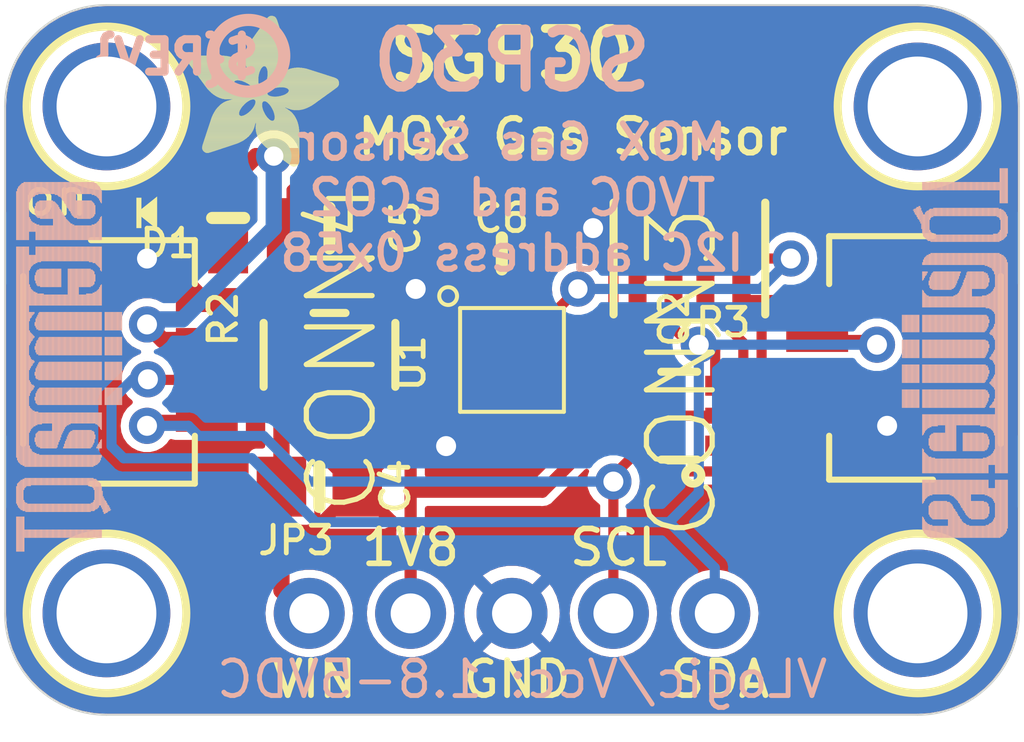
<source format=kicad_pcb>
(kicad_pcb (version 20221018) (generator pcbnew)
  (layers (0 "F.Cu" signal) (31 "B.Cu" signal) (34 "B.Paste" user) (35 "F.Paste" user) (36 "B.SilkS" user "B.Silkscreen") (37 "F.SilkS" user "F.Silkscreen") (38 "B.Mask" user) (39 "F.Mask" user) (44 "Edge.Cuts" user))
  (net 0 "")
  (net 1 "GND")
  (net 2 "SDA")
  (net 3 "SCL")
  (net 4 "SCL_2V")
  (net 5 "SDA_2V")
  (net 6 "VCC")
  (net 7 "N$1")
  (net 8 "1.8V")
  (footprint "working:FIDUCIAL_1MM" (layer "F.Cu") (at 155.3591 97.3836)
    (fp_text reference "FID4" hide)
    (fp_text value "FIDUCIAL_1MM" hide)
    (pad "1" smd roundrect (at 0 0) (size 1 1) (layers "F.Cu" "F.Mask") (roundrect_rratio 0.5))
  )
  (footprint "working:JST_SH4" (layer "F.Cu") (at 138.3411 105.0036 -90)
    (fp_text reference "CONN4" (at -4.6 -5.9 90) (layer "F.SilkS") (effects (font (size 1.647139 1.647139) (thickness 0.130861)) (justify right)))
    (fp_text value "STEMMA_I2C_QT" hide)
    (pad "1" smd rect (at -1.5 -2.514) (size 1.55 0.6) (layers "F.Cu" "F.Paste" "F.Mask") (net 1 "GND"))
    (pad "2" smd rect (at -0.5 -2.514) (size 1.55 0.6) (layers "F.Cu" "F.Paste" "F.Mask") (net 6 "VCC"))
    (pad "3" smd rect (at 0.5 -2.514) (size 1.55 0.6) (layers "F.Cu" "F.Paste" "F.Mask") (net 2 "SDA"))
    (pad "4" smd rect (at 1.5 -2.514) (size 1.55 0.6) (layers "F.Cu" "F.Paste" "F.Mask") (net 3 "SCL"))
    (pad "MT1" smd rect (at -2.8 1.386) (size 1.8 1.2) (layers "F.Cu" "F.Paste" "F.Mask") (net 1 "GND"))
    (pad "MT2" smd rect (at 2.8 1.386) (size 1.8 1.2) (layers "F.Cu" "F.Paste" "F.Mask") (net 1 "GND"))
  )
  (footprint "working:FIDUCIAL_1MM" (layer "F.Cu") (at 140.8811 109.3216)
    (fp_text reference "FID3" hide)
    (fp_text value "FIDUCIAL_1MM" hide)
    (pad "1" smd roundrect (at 0 0) (size 1 1) (layers "F.Cu" "F.Mask") (roundrect_rratio 0.5))
  )
  (footprint "working:0805-NO" (layer "F.Cu") (at 143.9291 101.7016)
    (fp_text reference "C5" (at 1.905 -0.762 90) (layer "F.SilkS") (effects (font (size 0.692831 0.692831) (thickness 0.119969)) (justify right)))
    (fp_text value "10uF")
    (pad "1" smd rect (at -0.95 0) (size 1.24 1.5) (layers "F.Cu" "F.Paste" "F.Mask") (net 8 "1.8V"))
    (pad "2" smd rect (at 0.95 0) (size 1.24 1.5) (layers "F.Cu" "F.Paste" "F.Mask") (net 1 "GND"))
  )
  (footprint "working:SOT23-5" (layer "F.Cu") (at 143.9291 104.8766)
    (fp_text reference "U1" (at 2.032 -0.562 90) (layer "F.SilkS") (effects (font (size 0.692831 0.692831) (thickness 0.119969)) (justify right)))
    (fp_text value "MIC5225-1.8V")
    (pad "1" smd rect (at -0.95 1.3001) (size 0.55 1.2) (layers "F.Cu" "F.Paste" "F.Mask") (net 6 "VCC"))
    (pad "2" smd rect (at 0 1.3001) (size 0.55 1.2) (layers "F.Cu" "F.Paste" "F.Mask") (net 1 "GND"))
    (pad "3" smd rect (at 0.95 1.3001) (size 0.55 1.2) (layers "F.Cu" "F.Paste" "F.Mask") (net 6 "VCC"))
    (pad "4" smd rect (at 0.95 -1.3001) (size 0.55 1.2) (layers "F.Cu" "F.Paste" "F.Mask"))
    (pad "5" smd rect (at -0.95 -1.3001) (size 0.55 1.2) (layers "F.Cu" "F.Paste" "F.Mask") (net 8 "1.8V"))
  )
  (footprint "working:SGP30" (layer "F.Cu") (at 148.5011 105.0036)
    (fp_text reference "U$2" hide)
    (fp_text value "SGP30" hide)
    (pad "1" smd rect (at -1.225 -0.8) (size 0.55 0.4) (layers "F.Cu" "F.Paste" "F.Mask") (net 8 "1.8V"))
    (pad "2" smd rect (at -1.225 0) (size 0.55 0.4) (layers "F.Cu" "F.Paste" "F.Mask") (net 1 "GND"))
    (pad "3" smd rect (at -1.225 0.8) (size 0.55 0.4) (layers "F.Cu" "F.Paste" "F.Mask") (net 5 "SDA_2V"))
    (pad "4" smd rect (at 1.225 0.8) (size 0.55 0.4) (layers "F.Cu" "F.Paste" "F.Mask") (net 1 "GND"))
    (pad "5" smd rect (at 1.225 0) (size 0.55 0.4) (layers "F.Cu" "F.Paste" "F.Mask") (net 8 "1.8V"))
    (pad "6" smd rect (at 1.225 -0.8) (size 0.55 0.4) (layers "F.Cu" "F.Paste" "F.Mask") (net 4 "SCL_2V"))
    (pad "P$7" smd rect (at 0 0) (size 1.05 1.5) (layers "F.Cu" "F.Paste" "F.Mask") (net 1 "GND"))
  )
  (footprint "working:MOUNTINGHOLE_2.5_PLATED" (layer "F.Cu") (at 158.6611 98.6536)
    (fp_text reference "U$29" hide)
    (fp_text value "MOUNTINGHOLE2.5" hide)
    (pad "P$1" thru_hole circle (at 0 0) (size 3.2 3.2) (drill 2.5) (layers "*.Cu" "*.Mask"))
    (zone (net 0) (net_name "") (layer "F.Cu") (connect_pads (clearance 0)) (min_thickness 0.25)
      (keepout (tracks not_allowed) (vias not_allowed) (pads not_allowed) (copperpour not_allowed) (footprints allowed))
      (fill (thermal_gap 0.5) (thermal_bridge_width 0.5))
      (polygon (pts (xy 160.6771 98.6536) (xy 160.65748 98.373027) (xy 160.599004 98.097915) (xy 160.502808 97.833619) (xy 160.370765 97.585283) (xy 160.205446 97.35774) (xy 160.010067 97.15542) (xy 159.788433 96.98226) (xy 159.544856 96.841631) (xy 159.284078 96.73627) (xy 159.011175 96.668228) (xy 158.731457 96.638828) (xy 158.450371 96.648644) (xy 158.173385 96.697484) (xy 157.905893 96.784397) (xy 157.6531 96.907693) (xy 157.419926 97.06497) (xy 157.210911 97.253169) (xy 157.030122 97.468625) (xy 156.881078 97.707145) (xy 156.76668 97.964087) (xy 156.689154 98.23445) (xy 156.650011 98.512971) (xy 156.650011 98.794229) (xy 156.689154 99.07275) (xy 156.76668 99.343113) (xy 156.881078 99.600055) (xy 157.030122 99.838575) (xy 157.210911 100.054031) (xy 157.419926 100.24223) (xy 157.6531 100.399507) (xy 157.905893 100.522803) (xy 158.173385 100.609716) (xy 158.450371 100.658556) (xy 158.731457 100.668372) (xy 159.011175 100.638972) (xy 159.284078 100.57093) (xy 159.544856 100.465569) (xy 159.788433 100.32494) (xy 160.010067 100.15178) (xy 160.205446 99.94946) (xy 160.370765 99.721917) (xy 160.502808 99.473581) (xy 160.599004 99.209285) (xy 160.65748 98.934173)))
      (polygon (pts (xy 158.6451 98.6536) (xy 158.649786 98.664914) (xy 158.6611 98.6696) (xy 158.672414 98.664914) (xy 158.6771 98.6536) (xy 158.672414 98.642286) (xy 158.6611 98.6376) (xy 158.649786 98.642286)))
    )
    (zone (net 0) (net_name "") (layer "B.Cu") (connect_pads (clearance 0)) (min_thickness 0.25)
      (keepout (tracks not_allowed) (vias not_allowed) (pads not_allowed) (copperpour not_allowed) (footprints allowed))
      (fill (thermal_gap 0.5) (thermal_bridge_width 0.5))
      (polygon (pts (xy 160.6771 98.6536) (xy 160.65748 98.373027) (xy 160.599004 98.097915) (xy 160.502808 97.833619) (xy 160.370765 97.585283) (xy 160.205446 97.35774) (xy 160.010067 97.15542) (xy 159.788433 96.98226) (xy 159.544856 96.841631) (xy 159.284078 96.73627) (xy 159.011175 96.668228) (xy 158.731457 96.638828) (xy 158.450371 96.648644) (xy 158.173385 96.697484) (xy 157.905893 96.784397) (xy 157.6531 96.907693) (xy 157.419926 97.06497) (xy 157.210911 97.253169) (xy 157.030122 97.468625) (xy 156.881078 97.707145) (xy 156.76668 97.964087) (xy 156.689154 98.23445) (xy 156.650011 98.512971) (xy 156.650011 98.794229) (xy 156.689154 99.07275) (xy 156.76668 99.343113) (xy 156.881078 99.600055) (xy 157.030122 99.838575) (xy 157.210911 100.054031) (xy 157.419926 100.24223) (xy 157.6531 100.399507) (xy 157.905893 100.522803) (xy 158.173385 100.609716) (xy 158.450371 100.658556) (xy 158.731457 100.668372) (xy 159.011175 100.638972) (xy 159.284078 100.57093) (xy 159.544856 100.465569) (xy 159.788433 100.32494) (xy 160.010067 100.15178) (xy 160.205446 99.94946) (xy 160.370765 99.721917) (xy 160.502808 99.473581) (xy 160.599004 99.209285) (xy 160.65748 98.934173)))
      (polygon (pts (xy 158.6451 98.6536) (xy 158.649786 98.664914) (xy 158.6611 98.6696) (xy 158.672414 98.664914) (xy 158.6771 98.6536) (xy 158.672414 98.642286) (xy 158.6611 98.6376) (xy 158.649786 98.642286)))
    )
  )
  (footprint "working:JST_SH4" (layer "F.Cu") (at 158.6611 105.0036 90)
    (fp_text reference "CONN3" (at -4.6 -5.9 90) (layer "F.SilkS") (effects (font (size 1.647139 1.647139) (thickness 0.130861)) (justify left)))
    (fp_text value "STEMMA_I2C_QT" hide)
    (pad "1" smd rect (at -1.5 -2.514 180) (size 1.55 0.6) (layers "F.Cu" "F.Paste" "F.Mask") (net 1 "GND"))
    (pad "2" smd rect (at -0.5 -2.514 180) (size 1.55 0.6) (layers "F.Cu" "F.Paste" "F.Mask") (net 6 "VCC"))
    (pad "3" smd rect (at 0.5 -2.514 180) (size 1.55 0.6) (layers "F.Cu" "F.Paste" "F.Mask") (net 2 "SDA"))
    (pad "4" smd rect (at 1.5 -2.514 180) (size 1.55 0.6) (layers "F.Cu" "F.Paste" "F.Mask") (net 3 "SCL"))
    (pad "MT1" smd rect (at -2.8 1.386 180) (size 1.8 1.2) (layers "F.Cu" "F.Paste" "F.Mask") (net 1 "GND"))
    (pad "MT2" smd rect (at 2.8 1.386 180) (size 1.8 1.2) (layers "F.Cu" "F.Paste" "F.Mask") (net 1 "GND"))
  )
  (footprint "working:CHIPLED_0603_NOOUTLINE" (layer "F.Cu") (at 139.3571 101.3206 90)
    (fp_text reference "D1" (at -0.762 1.27) (layer "F.SilkS") (effects (font (size 0.692831 0.692831) (thickness 0.119969)) (justify right)))
    (fp_text value "GREEN")
    (pad "A" smd rect (at 0 0.75 90) (size 0.8 0.8) (layers "F.Cu" "F.Paste" "F.Mask") (net 7 "N$1"))
    (pad "C" smd rect (at 0 -0.75 90) (size 0.8 0.8) (layers "F.Cu" "F.Paste" "F.Mask") (net 1 "GND"))
  )
  (footprint "working:0805-NO" (layer "F.Cu") (at 143.6751 108.1786)
    (fp_text reference "C4" (at 1.905 -0.762 90) (layer "F.SilkS") (effects (font (size 0.692831 0.692831) (thickness 0.119969)) (justify right)))
    (fp_text value "10uF")
    (pad "1" smd rect (at -0.95 0) (size 1.24 1.5) (layers "F.Cu" "F.Paste" "F.Mask") (net 6 "VCC"))
    (pad "2" smd rect (at 0.95 0) (size 1.24 1.5) (layers "F.Cu" "F.Paste" "F.Mask") (net 1 "GND"))
  )
  (footprint "working:SOT363" (layer "F.Cu") (at 152.6921 106.4006 90)
    (fp_text reference "Q2" (at 1.651 -0.127 90) (layer "F.SilkS") (effects (font (size 0.692831 0.692831) (thickness 0.119969)) (justify left)))
    (fp_text value "BSS138")
    (pad "1" smd rect (at -0.75 0.9 90) (size 0.5 0.5) (layers "F.Cu" "F.Paste" "F.Mask") (net 4 "SCL_2V"))
    (pad "2" smd rect (at 0 0.9 90) (size 0.4 0.5) (layers "F.Cu" "F.Paste" "F.Mask") (net 8 "1.8V"))
    (pad "3" smd rect (at 0.75 0.9 90) (size 0.5 0.5) (layers "F.Cu" "F.Paste" "F.Mask") (net 2 "SDA"))
    (pad "4" smd rect (at 0.75 -0.9 90) (size 0.5 0.5) (layers "F.Cu" "F.Paste" "F.Mask") (net 5 "SDA_2V"))
    (pad "5" smd rect (at 0 -0.9 90) (size 0.4 0.5) (layers "F.Cu" "F.Paste" "F.Mask") (net 8 "1.8V"))
    (pad "6" smd rect (at -0.75 -0.9 90) (size 0.5 0.5) (layers "F.Cu" "F.Paste" "F.Mask") (net 3 "SCL"))
  )
  (footprint "working:ADAFRUIT_3.5MM" (layer "F.Cu") (at 140.3731 100.1776)
    (fp_text reference "U$34" hide)
    (fp_text value "" hide)
  )
  (footprint "working:0603-NO" (layer "F.Cu") (at 148.2471 102.3366)
    (fp_text reference "C6" (at -0.762 -0.889) (layer "F.SilkS") (effects (font (size 0.692831 0.692831) (thickness 0.119969)) (justify left)))
    (fp_text value "0.1uF")
    (pad "1" smd rect (at -0.85 0) (size 1.075 1) (layers "F.Cu" "F.Paste" "F.Mask") (net 8 "1.8V"))
    (pad "2" smd rect (at 0.85 0) (size 1.075 1) (layers "F.Cu" "F.Paste" "F.Mask") (net 1 "GND"))
  )
  (footprint "working:RESPACK_4X0603" (layer "F.Cu") (at 152.9461 102.4636 180)
    (fp_text reference "R3" (at -1.6 -1.6) (layer "F.SilkS") (effects (font (size 0.692831 0.692831) (thickness 0.119969)) (justify right)))
    (fp_text value "10K")
    (pad "1" smd rect (at -1.3 0.85 180) (size 0.45 0.9) (layers "F.Cu" "F.Paste" "F.Mask") (net 6 "VCC"))
    (pad "2" smd rect (at -0.4 0.85 180) (size 0.45 0.9) (layers "F.Cu" "F.Paste" "F.Mask") (net 8 "1.8V"))
    (pad "3" smd rect (at 0.4 0.85 180) (size 0.45 0.9) (layers "F.Cu" "F.Paste" "F.Mask") (net 6 "VCC"))
    (pad "4" smd rect (at 1.3 0.85 180) (size 0.45 0.9) (layers "F.Cu" "F.Paste" "F.Mask") (net 8 "1.8V"))
    (pad "5" smd rect (at 1.3 -0.85 180) (size 0.45 0.9) (layers "F.Cu" "F.Paste" "F.Mask") (net 5 "SDA_2V"))
    (pad "6" smd rect (at 0.4 -0.85 180) (size 0.45 0.9) (layers "F.Cu" "F.Paste" "F.Mask") (net 2 "SDA"))
    (pad "7" smd rect (at -0.4 -0.85 180) (size 0.45 0.9) (layers "F.Cu" "F.Paste" "F.Mask") (net 4 "SCL_2V"))
    (pad "8" smd rect (at -1.3 -0.85 180) (size 0.45 0.9) (layers "F.Cu" "F.Paste" "F.Mask") (net 3 "SCL"))
  )
  (footprint "working:MOUNTINGHOLE_2.5_PLATED" (layer "F.Cu") (at 138.3411 111.3536)
    (fp_text reference "U$31" hide)
    (fp_text value "MOUNTINGHOLE2.5" hide)
    (pad "P$1" thru_hole circle (at 0 0) (size 3.2 3.2) (drill 2.5) (layers "*.Cu" "*.Mask"))
    (zone (net 0) (net_name "") (layer "F.Cu") (connect_pads (clearance 0)) (min_thickness 0.25)
      (keepout (tracks not_allowed) (vias not_allowed) (pads not_allowed) (copperpour not_allowed) (footprints allowed))
      (fill (thermal_gap 0.5) (thermal_bridge_width 0.5))
      (polygon (pts (xy 140.3571 111.3536) (xy 140.33748 111.073027) (xy 140.279004 110.797915) (xy 140.182808 110.533619) (xy 140.050765 110.285283) (xy 139.885446 110.05774) (xy 139.690067 109.85542) (xy 139.468433 109.68226) (xy 139.224856 109.541631) (xy 138.964078 109.43627) (xy 138.691175 109.368228) (xy 138.411457 109.338828) (xy 138.130371 109.348644) (xy 137.853385 109.397484) (xy 137.585893 109.484397) (xy 137.3331 109.607693) (xy 137.099926 109.76497) (xy 136.890911 109.953169) (xy 136.710122 110.168625) (xy 136.561078 110.407145) (xy 136.44668 110.664087) (xy 136.369154 110.93445) (xy 136.330011 111.212971) (xy 136.330011 111.494229) (xy 136.369154 111.77275) (xy 136.44668 112.043113) (xy 136.561078 112.300055) (xy 136.710122 112.538575) (xy 136.890911 112.754031) (xy 137.099926 112.94223) (xy 137.3331 113.099507) (xy 137.585893 113.222803) (xy 137.853385 113.309716) (xy 138.130371 113.358556) (xy 138.411457 113.368372) (xy 138.691175 113.338972) (xy 138.964078 113.27093) (xy 139.224856 113.165569) (xy 139.468433 113.02494) (xy 139.690067 112.85178) (xy 139.885446 112.64946) (xy 140.050765 112.421917) (xy 140.182808 112.173581) (xy 140.279004 111.909285) (xy 140.33748 111.634173)))
      (polygon (pts (xy 138.3251 111.3536) (xy 138.329786 111.364914) (xy 138.3411 111.3696) (xy 138.352414 111.364914) (xy 138.3571 111.3536) (xy 138.352414 111.342286) (xy 138.3411 111.3376) (xy 138.329786 111.342286)))
    )
    (zone (net 0) (net_name "") (layer "B.Cu") (connect_pads (clearance 0)) (min_thickness 0.25)
      (keepout (tracks not_allowed) (vias not_allowed) (pads not_allowed) (copperpour not_allowed) (footprints allowed))
      (fill (thermal_gap 0.5) (thermal_bridge_width 0.5))
      (polygon (pts (xy 140.3571 111.3536) (xy 140.33748 111.073027) (xy 140.279004 110.797915) (xy 140.182808 110.533619) (xy 140.050765 110.285283) (xy 139.885446 110.05774) (xy 139.690067 109.85542) (xy 139.468433 109.68226) (xy 139.224856 109.541631) (xy 138.964078 109.43627) (xy 138.691175 109.368228) (xy 138.411457 109.338828) (xy 138.130371 109.348644) (xy 137.853385 109.397484) (xy 137.585893 109.484397) (xy 137.3331 109.607693) (xy 137.099926 109.76497) (xy 136.890911 109.953169) (xy 136.710122 110.168625) (xy 136.561078 110.407145) (xy 136.44668 110.664087) (xy 136.369154 110.93445) (xy 136.330011 111.212971) (xy 136.330011 111.494229) (xy 136.369154 111.77275) (xy 136.44668 112.043113) (xy 136.561078 112.300055) (xy 136.710122 112.538575) (xy 136.890911 112.754031) (xy 137.099926 112.94223) (xy 137.3331 113.099507) (xy 137.585893 113.222803) (xy 137.853385 113.309716) (xy 138.130371 113.358556) (xy 138.411457 113.368372) (xy 138.691175 113.338972) (xy 138.964078 113.27093) (xy 139.224856 113.165569) (xy 139.468433 113.02494) (xy 139.690067 112.85178) (xy 139.885446 112.64946) (xy 140.050765 112.421917) (xy 140.182808 112.173581) (xy 140.279004 111.909285) (xy 140.33748 111.634173)))
      (polygon (pts (xy 138.3251 111.3536) (xy 138.329786 111.364914) (xy 138.3411 111.3696) (xy 138.352414 111.364914) (xy 138.3571 111.3536) (xy 138.352414 111.342286) (xy 138.3411 111.3376) (xy 138.329786 111.342286)))
    )
  )
  (footprint "working:1X05_ROUND_70" (layer "F.Cu") (at 148.5011 111.3536)
    (fp_text reference "JP3" (at -6.4262 -1.8288) (layer "F.SilkS") (effects (font (size 0.692831 0.692831) (thickness 0.119969)) (justify left)))
    (fp_text value "")
    (pad "1" thru_hole circle (at -5.08 0 90) (size 1.778 1.778) (drill 1) (layers "*.Cu" "*.Mask") (net 6 "VCC"))
    (pad "2" thru_hole circle (at -2.54 0 90) (size 1.778 1.778) (drill 1) (layers "*.Cu" "*.Mask") (net 8 "1.8V"))
    (pad "3" thru_hole circle (at 0 0 90) (size 1.778 1.778) (drill 1) (layers "*.Cu" "*.Mask") (net 1 "GND"))
    (pad "4" thru_hole circle (at 2.54 0 90) (size 1.778 1.778) (drill 1) (layers "*.Cu" "*.Mask") (net 3 "SCL"))
    (pad "5" thru_hole circle (at 5.08 0 90) (size 1.778 1.778) (drill 1) (layers "*.Cu" "*.Mask") (net 2 "SDA"))
  )
  (footprint "working:MOUNTINGHOLE_2.5_PLATED" (layer "F.Cu") (at 158.6611 111.3536)
    (fp_text reference "U$32" hide)
    (fp_text value "MOUNTINGHOLE2.5" hide)
    (pad "P$1" thru_hole circle (at 0 0) (size 3.2 3.2) (drill 2.5) (layers "*.Cu" "*.Mask"))
    (zone (net 0) (net_name "") (layer "F.Cu") (connect_pads (clearance 0)) (min_thickness 0.25)
      (keepout (tracks not_allowed) (vias not_allowed) (pads not_allowed) (copperpour not_allowed) (footprints allowed))
      (fill (thermal_gap 0.5) (thermal_bridge_width 0.5))
      (polygon (pts (xy 160.6771 111.3536) (xy 160.65748 111.073027) (xy 160.599004 110.797915) (xy 160.502808 110.533619) (xy 160.370765 110.285283) (xy 160.205446 110.05774) (xy 160.010067 109.85542) (xy 159.788433 109.68226) (xy 159.544856 109.541631) (xy 159.284078 109.43627) (xy 159.011175 109.368228) (xy 158.731457 109.338828) (xy 158.450371 109.348644) (xy 158.173385 109.397484) (xy 157.905893 109.484397) (xy 157.6531 109.607693) (xy 157.419926 109.76497) (xy 157.210911 109.953169) (xy 157.030122 110.168625) (xy 156.881078 110.407145) (xy 156.76668 110.664087) (xy 156.689154 110.93445) (xy 156.650011 111.212971) (xy 156.650011 111.494229) (xy 156.689154 111.77275) (xy 156.76668 112.043113) (xy 156.881078 112.300055) (xy 157.030122 112.538575) (xy 157.210911 112.754031) (xy 157.419926 112.94223) (xy 157.6531 113.099507) (xy 157.905893 113.222803) (xy 158.173385 113.309716) (xy 158.450371 113.358556) (xy 158.731457 113.368372) (xy 159.011175 113.338972) (xy 159.284078 113.27093) (xy 159.544856 113.165569) (xy 159.788433 113.02494) (xy 160.010067 112.85178) (xy 160.205446 112.64946) (xy 160.370765 112.421917) (xy 160.502808 112.173581) (xy 160.599004 111.909285) (xy 160.65748 111.634173)))
      (polygon (pts (xy 158.6451 111.3536) (xy 158.649786 111.364914) (xy 158.6611 111.3696) (xy 158.672414 111.364914) (xy 158.6771 111.3536) (xy 158.672414 111.342286) (xy 158.6611 111.3376) (xy 158.649786 111.342286)))
    )
    (zone (net 0) (net_name "") (layer "B.Cu") (connect_pads (clearance 0)) (min_thickness 0.25)
      (keepout (tracks not_allowed) (vias not_allowed) (pads not_allowed) (copperpour not_allowed) (footprints allowed))
      (fill (thermal_gap 0.5) (thermal_bridge_width 0.5))
      (polygon (pts (xy 160.6771 111.3536) (xy 160.65748 111.073027) (xy 160.599004 110.797915) (xy 160.502808 110.533619) (xy 160.370765 110.285283) (xy 160.205446 110.05774) (xy 160.010067 109.85542) (xy 159.788433 109.68226) (xy 159.544856 109.541631) (xy 159.284078 109.43627) (xy 159.011175 109.368228) (xy 158.731457 109.338828) (xy 158.450371 109.348644) (xy 158.173385 109.397484) (xy 157.905893 109.484397) (xy 157.6531 109.607693) (xy 157.419926 109.76497) (xy 157.210911 109.953169) (xy 157.030122 110.168625) (xy 156.881078 110.407145) (xy 156.76668 110.664087) (xy 156.689154 110.93445) (xy 156.650011 111.212971) (xy 156.650011 111.494229) (xy 156.689154 111.77275) (xy 156.76668 112.043113) (xy 156.881078 112.300055) (xy 157.030122 112.538575) (xy 157.210911 112.754031) (xy 157.419926 112.94223) (xy 157.6531 113.099507) (xy 157.905893 113.222803) (xy 158.173385 113.309716) (xy 158.450371 113.358556) (xy 158.731457 113.368372) (xy 159.011175 113.338972) (xy 159.284078 113.27093) (xy 159.544856 113.165569) (xy 159.788433 113.02494) (xy 160.010067 112.85178) (xy 160.205446 112.64946) (xy 160.370765 112.421917) (xy 160.502808 112.173581) (xy 160.599004 111.909285) (xy 160.65748 111.634173)))
      (polygon (pts (xy 158.6451 111.3536) (xy 158.649786 111.364914) (xy 158.6611 111.3696) (xy 158.672414 111.364914) (xy 158.6771 111.3536) (xy 158.672414 111.342286) (xy 158.6611 111.3376) (xy 158.649786 111.342286)))
    )
  )
  (footprint "working:MOUNTINGHOLE_2.5_PLATED" (layer "F.Cu") (at 138.3411 98.6536)
    (fp_text reference "U$28" hide)
    (fp_text value "MOUNTINGHOLE2.5" hide)
    (pad "P$1" thru_hole circle (at 0 0) (size 3.2 3.2) (drill 2.5) (layers "*.Cu" "*.Mask"))
    (zone (net 0) (net_name "") (layer "F.Cu") (connect_pads (clearance 0)) (min_thickness 0.25)
      (keepout (tracks not_allowed) (vias not_allowed) (pads not_allowed) (copperpour not_allowed) (footprints allowed))
      (fill (thermal_gap 0.5) (thermal_bridge_width 0.5))
      (polygon (pts (xy 140.3571 98.6536) (xy 140.33748 98.373027) (xy 140.279004 98.097915) (xy 140.182808 97.833619) (xy 140.050765 97.585283) (xy 139.885446 97.35774) (xy 139.690067 97.15542) (xy 139.468433 96.98226) (xy 139.224856 96.841631) (xy 138.964078 96.73627) (xy 138.691175 96.668228) (xy 138.411457 96.638828) (xy 138.130371 96.648644) (xy 137.853385 96.697484) (xy 137.585893 96.784397) (xy 137.3331 96.907693) (xy 137.099926 97.06497) (xy 136.890911 97.253169) (xy 136.710122 97.468625) (xy 136.561078 97.707145) (xy 136.44668 97.964087) (xy 136.369154 98.23445) (xy 136.330011 98.512971) (xy 136.330011 98.794229) (xy 136.369154 99.07275) (xy 136.44668 99.343113) (xy 136.561078 99.600055) (xy 136.710122 99.838575) (xy 136.890911 100.054031) (xy 137.099926 100.24223) (xy 137.3331 100.399507) (xy 137.585893 100.522803) (xy 137.853385 100.609716) (xy 138.130371 100.658556) (xy 138.411457 100.668372) (xy 138.691175 100.638972) (xy 138.964078 100.57093) (xy 139.224856 100.465569) (xy 139.468433 100.32494) (xy 139.690067 100.15178) (xy 139.885446 99.94946) (xy 140.050765 99.721917) (xy 140.182808 99.473581) (xy 140.279004 99.209285) (xy 140.33748 98.934173)))
      (polygon (pts (xy 138.3251 98.6536) (xy 138.329786 98.664914) (xy 138.3411 98.6696) (xy 138.352414 98.664914) (xy 138.3571 98.6536) (xy 138.352414 98.642286) (xy 138.3411 98.6376) (xy 138.329786 98.642286)))
    )
    (zone (net 0) (net_name "") (layer "B.Cu") (connect_pads (clearance 0)) (min_thickness 0.25)
      (keepout (tracks not_allowed) (vias not_allowed) (pads not_allowed) (copperpour not_allowed) (footprints allowed))
      (fill (thermal_gap 0.5) (thermal_bridge_width 0.5))
      (polygon (pts (xy 140.3571 98.6536) (xy 140.33748 98.373027) (xy 140.279004 98.097915) (xy 140.182808 97.833619) (xy 140.050765 97.585283) (xy 139.885446 97.35774) (xy 139.690067 97.15542) (xy 139.468433 96.98226) (xy 139.224856 96.841631) (xy 138.964078 96.73627) (xy 138.691175 96.668228) (xy 138.411457 96.638828) (xy 138.130371 96.648644) (xy 137.853385 96.697484) (xy 137.585893 96.784397) (xy 137.3331 96.907693) (xy 137.099926 97.06497) (xy 136.890911 97.253169) (xy 136.710122 97.468625) (xy 136.561078 97.707145) (xy 136.44668 97.964087) (xy 136.369154 98.23445) (xy 136.330011 98.512971) (xy 136.330011 98.794229) (xy 136.369154 99.07275) (xy 136.44668 99.343113) (xy 136.561078 99.600055) (xy 136.710122 99.838575) (xy 136.890911 100.054031) (xy 137.099926 100.24223) (xy 137.3331 100.399507) (xy 137.585893 100.522803) (xy 137.853385 100.609716) (xy 138.130371 100.658556) (xy 138.411457 100.668372) (xy 138.691175 100.638972) (xy 138.964078 100.57093) (xy 139.224856 100.465569) (xy 139.468433 100.32494) (xy 139.690067 100.15178) (xy 139.885446 99.94946) (xy 140.050765 99.721917) (xy 140.182808 99.473581) (xy 140.279004 99.209285) (xy 140.33748 98.934173)))
      (polygon (pts (xy 138.3251 98.6536) (xy 138.329786 98.664914) (xy 138.3411 98.6696) (xy 138.352414 98.664914) (xy 138.3571 98.6536) (xy 138.352414 98.642286) (xy 138.3411 98.6376) (xy 138.329786 98.642286)))
    )
  )
  (footprint "working:0603-NO" (layer "F.Cu") (at 141.3891 101.4476 -90)
    (fp_text reference "R2" (at 1.778 0.127 90) (layer "F.SilkS") (effects (font (size 0.692831 0.692831) (thickness 0.119969)) (justify right)))
    (fp_text value "10K")
    (pad "1" smd rect (at -0.85 0 270) (size 1.075 1) (layers "F.Cu" "F.Paste" "F.Mask") (net 6 "VCC"))
    (pad "2" smd rect (at 0.85 0 270) (size 1.075 1) (layers "F.Cu" "F.Paste" "F.Mask") (net 7 "N$1"))
  )
  (footprint "working:STEMMAQT" (layer "B.Cu") (at 138.7221 100.5586 -90)
    (fp_text reference "U$37" hide)
    (fp_text value "" hide)
  )
  (footprint "working:STEMMAQT" (layer "B.Cu") (at 158.2801 109.4486 90)
    (fp_text reference "U$36" hide)
    (fp_text value "" hide)
  )
  (footprint "working:PCBFEAT-REV-040" (layer "B.Cu") (at 141.8971 97.3836 180)
    (fp_text reference "U$35" hide)
    (fp_text value "" hide)
    (fp_text user "${REV}" (at -0.3556 -0.508) (layer "B.SilkS") (effects (font (size 0.8128 0.8128) (thickness 0.2032)) (justify left bottom mirror)))
  )
  (gr_arc (start 138.3411 113.8936) (mid 136.545049 113.149651) (end 135.8011 111.3536) (stroke (width 0.05)) (layer "Edge.Cuts"))
  (gr_arc (start 158.6611 96.1136) (mid 160.457151 96.857549) (end 161.2011 98.6536) (stroke (width 0.05)) (layer "Edge.Cuts"))
  (gr_line (start 138.3411 113.8936) (end 158.6611 113.8936) (stroke (width 0.05)) (layer "Edge.Cuts"))
  (gr_arc (start 135.8011 98.6536) (mid 136.545049 96.857549) (end 138.3411 96.1136) (stroke (width 0.05)) (layer "Edge.Cuts"))
  (gr_line (start 158.6611 96.1136) (end 138.3411 96.1136) (stroke (width 0.05)) (layer "Edge.Cuts"))
  (gr_arc (start 161.2011 111.3536) (mid 160.457151 113.149651) (end 158.6611 113.8936) (stroke (width 0.05)) (layer "Edge.Cuts"))
  (gr_line (start 135.8011 98.6536) (end 135.8011 111.3536) (stroke (width 0.05)) (layer "Edge.Cuts"))
  (gr_line (start 161.2011 111.3536) (end 161.2011 98.6536) (stroke (width 0.05)) (layer "Edge.Cuts"))
  (gr_text "SGP30" (at 148.5011 97.5106) (layer "B.SilkS") (effects (font (size 1.42494 1.42494) (thickness 0.25146)) (justify mirror)))
  (gr_text "MOX Gas Sensor\nTVOC and eCO2\nI2C address 0x58" (at 148.5011 100.9396) (layer "B.SilkS") (effects (font (size 0.8636 0.8636) (thickness 0.1524)) (justify mirror)))
  (gr_text "VLogic/Vcc: 1.8-5VDC" (at 148.7551 113.0046) (layer "B.SilkS") (effects (font (size 0.89408 0.89408) (thickness 0.12192)) (justify mirror)))
  (gr_text "SCL" (at 151.1681 109.7026) (layer "F.SilkS") (effects (font (size 0.87376 0.87376) (thickness 0.14224))))
  (gr_text "GND" (at 148.6281 113.0046) (layer "F.SilkS") (effects (font (size 0.87376 0.87376) (thickness 0.14224))))
  (gr_text "1V8" (at 145.9611 109.7026) (layer "F.SilkS") (effects (font (size 0.87376 0.87376) (thickness 0.14224))))
  (gr_text "SGP30" (at 148.5011 97.3836) (layer "F.SilkS") (effects (font (size 1.25222 1.25222) (thickness 0.22098))))
  (gr_text "SDA" (at 153.7081 113.0046) (layer "F.SilkS") (effects (font (size 0.87376 0.87376) (thickness 0.14224))))
  (gr_text "MOX Gas Sensor" (at 150.0251 99.4156) (layer "F.SilkS") (effects (font (size 0.8636 0.8636) (thickness 0.1524))))
  (gr_text "on" (at 136.1821 101.4476) (layer "F.SilkS") (effects (font (size 0.89408 0.89408) (thickness 0.12192)) (justify left bottom)))
  (gr_text "VIN" (at 143.5481 113.0046) (layer "F.SilkS") (effects (font (size 0.87376 0.87376) (thickness 0.14224))))
  (segment (start 143.9291 106.1767) (end 143.9291 107.4826) (width 0.4064) (layer "F.Cu") (net 1))
  (segment (start 140.8551 103.5036) (end 140.3971 103.5036) (width 0.4064) (layer "F.Cu") (net 1))
  (segment (start 144.6251 108.1786) (end 143.9291 107.4826) (width 0.4064) (layer "F.Cu") (net 1))
  (segment (start 149.7261 105.8036) (end 149.3011 105.8036) (width 0.254) (layer "F.Cu") (net 1))
  (segment (start 149.3011 105.8036) (end 148.5011 105.0036) (width 0.254) (layer "F.Cu") (net 1))
  (segment (start 140.3971 103.5036) (end 139.3571 102.4636) (width 0.4064) (layer "F.Cu") (net 1))
  (via (at 150.5331 101.7016) (size 0.9064) (drill 0.5) (layers "F.Cu" "B.Cu") (net 1))
  (via (at 139.3571 102.4636) (size 0.9064) (drill 0.5) (layers "F.Cu" "B.Cu") (net 1))
  (via (at 157.8991 106.6546) (size 0.9064) (drill 0.5) (layers "F.Cu" "B.Cu") (net 1))
  (via (at 146.0881 103.2256) (size 0.9064) (drill 0.5) (layers "F.Cu" "B.Cu") (net 1))
  (via (at 146.8501 107.1626) (size 0.9064) (drill 0.5) (layers "F.Cu" "B.Cu") (net 1))
  (segment (start 140.8551 105.5036) (end 139.379706 105.5036) (width 0.254) (layer "F.Cu") (net 2))
  (segment (start 153.5921 104.7616) (end 153.5921 105.6506) (width 0.254) (layer "F.Cu") (net 2))
  (segment (start 153.1811 104.6226) (end 153.1811 104.7616) (width 0.254) (layer "F.Cu") (net 2))
  (segment (start 153.5921 104.7616) (end 153.1811 104.7616) (width 0.254) (layer "F.Cu") (net 2))
  (segment (start 152.9661 104.6226) (end 153.1811 104.6226) (width 0.254) (layer "F.Cu") (net 2))
  (segment (start 156.1471 104.5036) (end 157.5261 104.5036) (width 0.254) (layer "F.Cu") (net 2))
  (segment (start 157.5261 104.5036) (end 157.6451 104.6226) (width 0.254) (layer "F.Cu") (net 2))
  (segment (start 139.379706 105.5036) (end 139.379706 105.488994) (width 0.254) (layer "F.Cu") (net 2))
  (segment (start 152.9661 104.6226) (end 152.5461 104.2026) (width 0.254) (layer "F.Cu") (net 2))
  (segment (start 152.5461 103.3136) (end 152.5461 104.2026) (width 0.254) (layer "F.Cu") (net 2))
  (via (at 157.6451 104.6226) (size 0.9064) (drill 0.5) (layers "F.Cu" "B.Cu") (net 2))
  (via (at 139.379706 105.488994) (size 0.9064) (drill 0.5) (layers "F.Cu" "B.Cu") (net 2))
  (via (at 153.1811 104.6226) (size 0.9064) (drill 0.5) (layers "F.Cu" "B.Cu") (net 2))
  (segment (start 157.6451 104.6226) (end 153.1811 104.6226) (width 0.254) (layer "B.Cu") (net 2))
  (segment (start 138.4681 106.0196) (end 138.4681 107.1626) (width 0.254) (layer "B.Cu") (net 2))
  (segment (start 138.998706 105.488994) (end 138.4681 106.0196) (width 0.254) (layer "B.Cu") (net 2))
  (segment (start 138.4681 107.1626) (end 138.7729 107.4674) (width 0.254) (layer "B.Cu") (net 2))
  (segment (start 143.5832 109.0676) (end 152.4381 109.0676) (width 0.254) (layer "B.Cu") (net 2))
  (segment (start 153.5811 110.2106) (end 152.4381 109.0676) (width 0.254) (layer "B.Cu") (net 2))
  (segment (start 153.5811 111.3536) (end 153.5811 110.2106) (width 0.254) (layer "B.Cu") (net 2))
  (segment (start 153.1811 104.6226) (end 153.1811 108.3246) (width 0.254) (layer "B.Cu") (net 2))
  (segment (start 153.1811 108.3246) (end 152.4381 109.0676) (width 0.254) (layer "B.Cu") (net 2))
  (segment (start 138.7729 107.4674) (end 141.983 107.4674) (width 0.254) (layer "B.Cu") (net 2))
  (segment (start 139.379706 105.488994) (end 138.998706 105.488994) (width 0.254) (layer "B.Cu") (net 2))
  (segment (start 141.983 107.4674) (end 143.5832 109.0676) (width 0.254) (layer "B.Cu") (net 2))
  (segment (start 154.0891 107.7976) (end 152.0571 107.7976) (width 0.254) (layer "F.Cu") (net 3))
  (segment (start 154.4361 103.5036) (end 154.2461 103.3136) (width 0.254) (layer "F.Cu") (net 3))
  (segment (start 151.0411 111.3536) (end 151.0411 111.0996) (width 0.3048) (layer "F.Cu") (net 3))
  (segment (start 140.8551 106.5036) (end 139.5081 106.5036) (width 0.254) (layer "F.Cu") (net 3))
  (segment (start 154.2461 103.3136) (end 154.7541 103.8216) (width 0.254) (layer "F.Cu") (net 3))
  (segment (start 151.7916 107.5321) (end 151.7916 107.1511) (width 0.254) (layer "F.Cu") (net 3))
  (segment (start 154.7541 107.1326) (end 154.0891 107.7976) (width 0.254) (layer "F.Cu") (net 3))
  (segment (start 151.7921 107.1506) (end 151.0411 107.9016) (width 0.254) (layer "F.Cu") (net 3))
  (segment (start 152.0571 107.7976) (end 151.7916 107.5321) (width 0.254) (layer "F.Cu") (net 3))
  (segment (start 151.0411 111.0996) (end 151.0411 108.0516) (width 0.254) (layer "F.Cu") (net 3))
  (segment (start 151.0411 107.9016) (end 151.0411 108.0516) (width 0.254) (layer "F.Cu") (net 3))
  (segment (start 139.5081 106.5036) (end 139.3571 106.6546) (width 0.254) (layer "F.Cu") (net 3))
  (segment (start 151.7921 107.1506) (end 151.7916 107.1511) (width 0.254) (layer "F.Cu") (net 3))
  (segment (start 156.1471 103.5036) (end 154.4361 103.5036) (width 0.254) (layer "F.Cu") (net 3))
  (segment (start 154.7541 103.8216) (end 154.7541 107.1326) (width 0.254) (layer "F.Cu") (net 3))
  (via (at 139.3571 106.6546) (size 0.9064) (drill 0.5) (layers "F.Cu" "B.Cu") (net 3))
  (via (at 151.0411 108.0516) (size 0.9064) (drill 0.5) (layers "F.Cu" "B.Cu") (net 3))
  (segment (start 139.3571 106.6546) (end 140.396262 106.6546) (width 0.254) (layer "B.Cu") (net 3))
  (segment (start 143.4211 108.0516) (end 142.2781 106.9086) (width 0.254) (layer "B.Cu") (net 3))
  (segment (start 151.0411 108.0516) (end 143.4211 108.0516) (width 0.254) (layer "B.Cu") (net 3))
  (segment (start 142.2781 106.9086) (end 140.650262 106.9086) (width 0.254) (layer "B.Cu") (net 3))
  (segment (start 140.396262 106.6546) (end 140.650262 106.9086) (width 0.254) (layer "B.Cu") (net 3))
  (segment (start 154.2969 106.7816) (end 153.9279 107.1506) (width 0.254) (layer "F.Cu") (net 4))
  (segment (start 153.5921 107.1506) (end 153.9279 107.1506) (width 0.254) (layer "F.Cu") (net 4))
  (segment (start 154.2969 104.5764) (end 154.2969 106.7816) (width 0.254) (layer "F.Cu") (net 4))
  (segment (start 153.3461 103.3136) (end 153.3461 102.9526) (width 0.254) (layer "F.Cu") (net 4))
  (segment (start 149.7261 103.6516) (end 150.1521 103.2256) (width 0.254) (layer "F.Cu") (net 4))
  (segment (start 149.7261 104.2036) (end 149.7261 103.6516) (width 0.254) (layer "F.Cu") (net 4))
  (segment (start 153.3461 103.6256) (end 154.2969 104.5764) (width 0.254) (layer "F.Cu") (net 4))
  (segment (start 153.3461 103.3136) (end 153.3461 103.6256) (width 0.254) (layer "F.Cu") (net 4))
  (segment (start 153.8351 102.4636) (end 155.4861 102.4636) (width 0.254) (layer "F.Cu") (net 4))
  (segment (start 153.3461 102.9526) (end 153.8351 102.4636) (width 0.254) (layer "F.Cu") (net 4))
  (via (at 150.1521 103.2256) (size 0.889) (drill 0.4826) (layers "F.Cu" "B.Cu") (net 4))
  (via (at 155.4861 102.4636) (size 0.9064) (drill 0.5) (layers "F.Cu" "B.Cu") (net 4))
  (segment (start 150.1521 103.2256) (end 154.7241 103.2256) (width 0.254) (layer "B.Cu") (net 4))
  (segment (start 154.7241 103.2256) (end 155.4861 102.4636) (width 0.254) (layer "B.Cu") (net 4))
  (segment (start 147.2761 106.4456) (end 147.3581 106.5276) (width 0.254) (layer "F.Cu") (net 5))
  (segment (start 151.1561 105.6506) (end 151.7921 105.6506) (width 0.254) (layer "F.Cu") (net 5))
  (segment (start 150.2791 106.5276) (end 151.1561 105.6506) (width 0.254) (layer "F.Cu") (net 5))
  (segment (start 151.7921 104.6346) (end 151.6461 104.4886) (width 0.254) (layer "F.Cu") (net 5))
  (segment (start 147.3581 106.5276) (end 150.2791 106.5276) (width 0.254) (layer "F.Cu") (net 5))
  (segment (start 151.7921 105.6506) (end 151.7921 104.6346) (width 0.254) (layer "F.Cu") (net 5))
  (segment (start 147.2761 105.8036) (end 147.2761 106.4456) (width 0.254) (layer "F.Cu") (net 5))
  (segment (start 151.6461 104.4886) (end 151.6461 103.3136) (width 0.254) (layer "F.Cu") (net 5))
  (segment (start 158.2881 105.5036) (end 158.9151 104.8766) (width 0.4064) (layer "F.Cu") (net 6))
  (segment (start 142.0885 99.8982) (end 142.5321 99.8982) (width 0.4064) (layer "F.Cu") (net 6))
  (segment (start 140.8551 104.5036) (end 139.7461 104.5036) (width 0.4064) (layer "F.Cu") (net 6))
  (segment (start 142.7251 110.7796) (end 143.2991 111.3536) (width 0.4064) (layer "F.Cu") (net 6))
  (segment (start 142.0371 104.5036) (end 142.9791 105.4456) (width 0.4064) (layer "F.Cu") (net 6))
  (segment (start 144.8791 106.1767) (end 144.8791 105.3186) (width 0.4064) (layer "F.Cu") (net 6))
  (segment (start 151.6381 99.9236) (end 152.5461 100.8316) (width 0.4064) (layer "F.Cu") (net 6))
  (segment (start 142.9791 105.4456) (end 142.9791 106.1767) (width 0.4064) (layer "F.Cu") (net 6))
  (segment (start 156.1471 105.5036) (end 158.2881 105.5036) (width 0.4064) (layer "F.Cu") (net 6))
  (segment (start 144.691096 105.1306) (end 143.2941 105.1306) (width 0.4064) (layer "F.Cu") (net 6))
  (segment (start 152.5461 100.8316) (end 152.8191 100.5586) (width 0.4064) (layer "F.Cu") (net 6))
  (segment (start 142.7251 108.1786) (end 142.7251 110.7796) (width 0.4064) (layer "F.Cu") (net 6))
  (segment (start 139.7461 104.5036) (end 139.3571 104.1146) (width 0.4064) (layer "F.Cu") (net 6))
  (segment (start 142.5321 99.8982) (end 151.262043 99.8982) (width 0.4064) (layer "F.Cu") (net 6))
  (segment (start 154.2461 101.6136) (end 154.3731 101.4866) (width 0.4064) (layer "F.Cu") (net 6))
  (segment (start 151.287443 99.9236) (end 151.6381 99.9236) (width 0.4064) (layer "F.Cu") (net 6))
  (segment (start 154.2161 101.5836) (end 154.2461 101.6136) (width 0.4064) (layer "F.Cu") (net 6))
  (segment (start 141.3891 100.5976) (end 142.0885 99.8982) (width 0.4064) (layer "F.Cu") (net 6))
  (segment (start 142.7251 106.4307) (end 142.7251 108.1786) (width 0.4064) (layer "F.Cu") (net 6))
  (segment (start 142.9791 106.1767) (end 142.7251 106.4307) (width 0.4064) (layer "F.Cu") (net 6))
  (segment (start 152.5461 101.6136) (end 152.5461 100.8316) (width 0.4064) (layer "F.Cu") (net 6))
  (segment (start 158.9151 104.8766) (end 158.9151 103.4796) (width 0.4064) (layer "F.Cu") (net 6))
  (segment (start 143.2991 111.3536) (end 143.4211 111.3536) (width 0.4064) (layer "F.Cu") (net 6))
  (segment (start 154.2161 100.5586) (end 154.2161 101.5836) (width 0.4064) (layer "F.Cu") (net 6))
  (segment (start 158.9151 103.4796) (end 156.9221 101.4866) (width 0.4064) (layer "F.Cu") (net 6))
  (segment (start 140.8551 104.5036) (end 142.0371 104.5036) (width 0.4064) (layer "F.Cu") (net 6))
  (segment (start 156.9221 101.4866) (end 154.3731 101.4866) (width 0.4064) (layer "F.Cu") (net 6))
  (segment (start 152.8191 100.5586) (end 154.2161 100.5586) (width 0.4064) (layer "F.Cu") (net 6))
  (segment (start 151.262043 99.8982) (end 151.287443 99.9236) (width 0.4064) (layer "F.Cu") (net 6))
  (segment (start 144.8791 105.3186) (end 144.691096 105.1306) (width 0.4064) (layer "F.Cu") (net 6))
  (segment (start 143.2941 105.1306) (end 142.9791 105.4456) (width 0.4064) (layer "F.Cu") (net 6))
  (via (at 139.3571 104.1146) (size 0.9064) (drill 0.5) (layers "F.Cu" "B.Cu") (net 6))
  (via (at 142.5321 99.8982) (size 0.889) (drill 0.4826) (layers "F.Cu" "B.Cu") (net 6))
  (segment (start 142.5321 99.8982) (end 142.5321 101.7016) (width 0.4064) (layer "B.Cu") (net 6))
  (segment (start 142.5321 101.7016) (end 140.2461 103.9876) (width 0.4064) (layer "B.Cu") (net 6))
  (segment (start 139.3571 103.9876) (end 139.3571 104.1146) (width 0.4064) (layer "B.Cu") (net 6))
  (segment (start 140.2461 103.9876) (end 139.3571 103.9876) (width 0.4064) (layer "B.Cu") (net 6))
  (segment (start 141.0841 102.2976) (end 141.3891 102.2976) (width 0.254) (layer "F.Cu") (net 7))
  (segment (start 140.1071 101.3206) (end 141.0841 102.2976) (width 0.254) (layer "F.Cu") (net 7))
  (segment (start 142.9791 100.7466) (end 143.2941 100.4316) (width 0.254) (layer "F.Cu") (net 8))
  (segment (start 146.0881 100.4316) (end 147.2761 101.6196) (width 0.254) (layer "F.Cu") (net 8))
  (segment (start 146.3801 104.2036) (end 145.9611 104.6226) (width 0.3048) (layer "F.Cu") (net 8))
  (segment (start 153.0731 102.4636) (end 151.9301 102.4636) (width 0.3048) (layer "F.Cu") (net 8))
  (segment (start 145.9611 108.3056) (end 145.9611 110.9726) (width 0.3048) (layer "F.Cu") (net 8))
  (segment (start 145.9611 108.3056) (end 149.2631 108.3056) (width 0.3048) (layer "F.Cu") (net 8))
  (segment (start 147.2761 101.6196) (end 147.2761 102.3366) (width 0.254) (layer "F.Cu") (net 8))
  (segment (start 151.284325 102.5334) (end 151.2923 102.5334) (width 0.254) (layer "F.Cu") (net 8))
  (segment (start 151.0411 102.776625) (end 151.284325 102.5334) (width 0.254) (layer "F.Cu") (net 8))
  (segment (start 153.0731 102.4636) (end 153.3461 102.1906) (width 0.3048) (layer "F.Cu") (net 8))
  (segment (start 153.3461 102.1906) (end 153.3461 101.6136) (width 0.3048) (layer "F.Cu") (net 8))
  (segment (start 151.2923 102.5334) (end 151.6461 102.1796) (width 0.254) (layer "F.Cu") (net 8))
  (segment (start 151.6461 101.0366) (end 151.0411 100.4316) (width 0.254) (layer "F.Cu") (net 8))
  (segment (start 145.9611 111.3536) (end 145.9611 110.9726) (width 0.254) (layer "F.Cu") (net 8))
  (segment (start 151.6461 102.1796) (end 151.6461 101.6136) (width 0.3048) (layer "F.Cu") (net 8))
  (segment (start 150.6601 105.0036) (end 151.0411 104.6226) (width 0.254) (layer "F.Cu") (net 8))
  (segment (start 149.2631 108.3056) (end 150.2791 107.2896) (width 0.3048) (layer "F.Cu") (net 8))
  (segment (start 151.7921 106.4006) (end 153.5921 106.4006) (width 0.254) (layer "F.Cu") (net 8))
  (segment (start 147.2761 104.2036) (end 146.3801 104.2036) (width 0.3048) (layer "F.Cu") (net 8))
  (segment (start 145.9611 104.6226) (end 145.9611 108.3056) (width 0.3048) (layer "F.Cu") (net 8))
  (segment (start 147.2761 102.3366) (end 147.2761 104.2036) (width 0.254) (layer "F.Cu") (net 8))
  (segment (start 143.2941 100.4316) (end 146.0881 100.4316) (width 0.254) (layer "F.Cu") (net 8))
  (segment (start 142.9791 101.7016) (end 142.9791 103.5765) (width 0.3048) (layer "F.Cu") (net 8))
  (segment (start 150.2791 107.2896) (end 151.1681 106.4006) (width 0.254) (layer "F.Cu") (net 8))
  (segment (start 151.0411 100.4316) (end 146.0881 100.4316) (width 0.254) (layer "F.Cu") (net 8))
  (segment (start 151.1681 106.4006) (end 151.7921 106.4006) (width 0.254) (layer "F.Cu") (net 8))
  (segment (start 151.0411 104.6226) (end 151.0411 102.776625) (width 0.254) (layer "F.Cu") (net 8))
  (segment (start 151.6461 101.6136) (end 151.6461 101.0366) (width 0.254) (layer "F.Cu") (net 8))
  (segment (start 151.9301 102.4636) (end 151.6461 102.1796) (width 0.3048) (layer "F.Cu") (net 8))
  (segment (start 149.7261 105.0036) (end 150.6601 105.0036) (width 0.254) (layer "F.Cu") (net 8))
  (segment (start 147.3971 102.3366) (end 147.2761 102.3366) (width 0.254) (layer "F.Cu") (net 8))
  (segment (start 142.9791 101.7016) (end 142.9791 100.7466) (width 0.254) (layer "F.Cu") (net 8))
  (zone (net 1) (net_name "GND") (layer "F.Cu") (priority 6) (connect_pads (clearance 0.000001)) (min_thickness 0.127) (fill yes (thermal_gap 0.304) (thermal_bridge_width 0.304))
    (polygon (pts (xy 161.3281 114.0206) (xy 135.6741 114.0206) (xy 135.6741 95.9866) (xy 161.3281 95.9866)))
  )
  (zone (net 1) (net_name "GND") (layer "B.Cu") (priority 6) (connect_pads (clearance 0.000001)) (min_thickness 0.127) (fill yes (thermal_gap 0.304) (thermal_bridge_width 0.304))
    (polygon (pts (xy 161.3281 114.0206) (xy 135.6741 114.0206) (xy 135.6741 95.9866) (xy 161.3281 95.9866)))
  )
)
</source>
